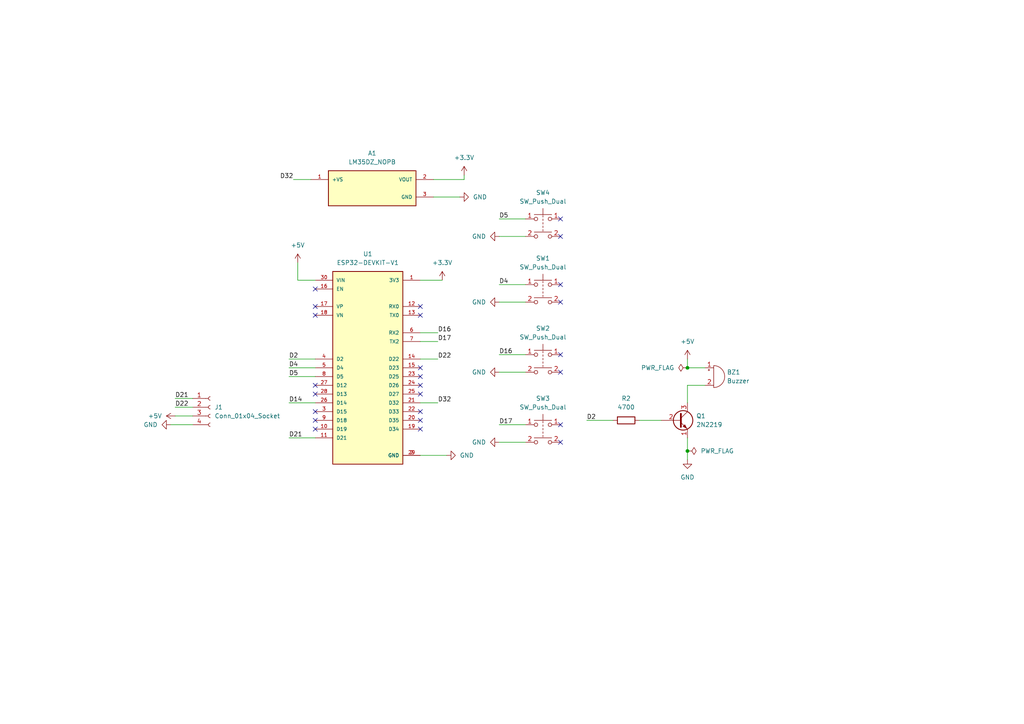
<source format=kicad_sch>
(kicad_sch (version 20230121) (generator eeschema)

  (uuid e0d85897-06af-4986-aed2-0038270a20b7)

  (paper "A4")

  (lib_symbols
    (symbol "Connector:Conn_01x04_Socket" (pin_names (offset 1.016) hide) (in_bom yes) (on_board yes)
      (property "Reference" "J" (at 0 5.08 0)
        (effects (font (size 1.27 1.27)))
      )
      (property "Value" "Conn_01x04_Socket" (at 0 -7.62 0)
        (effects (font (size 1.27 1.27)))
      )
      (property "Footprint" "" (at 0 0 0)
        (effects (font (size 1.27 1.27)) hide)
      )
      (property "Datasheet" "~" (at 0 0 0)
        (effects (font (size 1.27 1.27)) hide)
      )
      (property "ki_locked" "" (at 0 0 0)
        (effects (font (size 1.27 1.27)))
      )
      (property "ki_keywords" "connector" (at 0 0 0)
        (effects (font (size 1.27 1.27)) hide)
      )
      (property "ki_description" "Generic connector, single row, 01x04, script generated" (at 0 0 0)
        (effects (font (size 1.27 1.27)) hide)
      )
      (property "ki_fp_filters" "Connector*:*_1x??_*" (at 0 0 0)
        (effects (font (size 1.27 1.27)) hide)
      )
      (symbol "Conn_01x04_Socket_1_1"
        (arc (start 0 -4.572) (mid -0.5058 -5.08) (end 0 -5.588)
          (stroke (width 0.1524) (type default))
          (fill (type none))
        )
        (arc (start 0 -2.032) (mid -0.5058 -2.54) (end 0 -3.048)
          (stroke (width 0.1524) (type default))
          (fill (type none))
        )
        (polyline
          (pts
            (xy -1.27 -5.08)
            (xy -0.508 -5.08)
          )
          (stroke (width 0.1524) (type default))
          (fill (type none))
        )
        (polyline
          (pts
            (xy -1.27 -2.54)
            (xy -0.508 -2.54)
          )
          (stroke (width 0.1524) (type default))
          (fill (type none))
        )
        (polyline
          (pts
            (xy -1.27 0)
            (xy -0.508 0)
          )
          (stroke (width 0.1524) (type default))
          (fill (type none))
        )
        (polyline
          (pts
            (xy -1.27 2.54)
            (xy -0.508 2.54)
          )
          (stroke (width 0.1524) (type default))
          (fill (type none))
        )
        (arc (start 0 0.508) (mid -0.5058 0) (end 0 -0.508)
          (stroke (width 0.1524) (type default))
          (fill (type none))
        )
        (arc (start 0 3.048) (mid -0.5058 2.54) (end 0 2.032)
          (stroke (width 0.1524) (type default))
          (fill (type none))
        )
        (pin passive line (at -5.08 2.54 0) (length 3.81)
          (name "Pin_1" (effects (font (size 1.27 1.27))))
          (number "1" (effects (font (size 1.27 1.27))))
        )
        (pin passive line (at -5.08 0 0) (length 3.81)
          (name "Pin_2" (effects (font (size 1.27 1.27))))
          (number "2" (effects (font (size 1.27 1.27))))
        )
        (pin passive line (at -5.08 -2.54 0) (length 3.81)
          (name "Pin_3" (effects (font (size 1.27 1.27))))
          (number "3" (effects (font (size 1.27 1.27))))
        )
        (pin passive line (at -5.08 -5.08 0) (length 3.81)
          (name "Pin_4" (effects (font (size 1.27 1.27))))
          (number "4" (effects (font (size 1.27 1.27))))
        )
      )
    )
    (symbol "Device:Buzzer" (pin_names (offset 0.0254) hide) (in_bom yes) (on_board yes)
      (property "Reference" "BZ" (at 3.81 1.27 0)
        (effects (font (size 1.27 1.27)) (justify left))
      )
      (property "Value" "Buzzer" (at 3.81 -1.27 0)
        (effects (font (size 1.27 1.27)) (justify left))
      )
      (property "Footprint" "" (at -0.635 2.54 90)
        (effects (font (size 1.27 1.27)) hide)
      )
      (property "Datasheet" "~" (at -0.635 2.54 90)
        (effects (font (size 1.27 1.27)) hide)
      )
      (property "ki_keywords" "quartz resonator ceramic" (at 0 0 0)
        (effects (font (size 1.27 1.27)) hide)
      )
      (property "ki_description" "Buzzer, polarized" (at 0 0 0)
        (effects (font (size 1.27 1.27)) hide)
      )
      (property "ki_fp_filters" "*Buzzer*" (at 0 0 0)
        (effects (font (size 1.27 1.27)) hide)
      )
      (symbol "Buzzer_0_1"
        (arc (start 0 -3.175) (mid 3.1612 0) (end 0 3.175)
          (stroke (width 0) (type default))
          (fill (type none))
        )
        (polyline
          (pts
            (xy -1.651 1.905)
            (xy -1.143 1.905)
          )
          (stroke (width 0) (type default))
          (fill (type none))
        )
        (polyline
          (pts
            (xy -1.397 2.159)
            (xy -1.397 1.651)
          )
          (stroke (width 0) (type default))
          (fill (type none))
        )
        (polyline
          (pts
            (xy 0 3.175)
            (xy 0 -3.175)
          )
          (stroke (width 0) (type default))
          (fill (type none))
        )
      )
      (symbol "Buzzer_1_1"
        (pin passive line (at -2.54 2.54 0) (length 2.54)
          (name "-" (effects (font (size 1.27 1.27))))
          (number "1" (effects (font (size 1.27 1.27))))
        )
        (pin passive line (at -2.54 -2.54 0) (length 2.54)
          (name "+" (effects (font (size 1.27 1.27))))
          (number "2" (effects (font (size 1.27 1.27))))
        )
      )
    )
    (symbol "Device:R" (pin_numbers hide) (pin_names (offset 0)) (in_bom yes) (on_board yes)
      (property "Reference" "R" (at 2.032 0 90)
        (effects (font (size 1.27 1.27)))
      )
      (property "Value" "R" (at 0 0 90)
        (effects (font (size 1.27 1.27)))
      )
      (property "Footprint" "" (at -1.778 0 90)
        (effects (font (size 1.27 1.27)) hide)
      )
      (property "Datasheet" "~" (at 0 0 0)
        (effects (font (size 1.27 1.27)) hide)
      )
      (property "ki_keywords" "R res resistor" (at 0 0 0)
        (effects (font (size 1.27 1.27)) hide)
      )
      (property "ki_description" "Resistor" (at 0 0 0)
        (effects (font (size 1.27 1.27)) hide)
      )
      (property "ki_fp_filters" "R_*" (at 0 0 0)
        (effects (font (size 1.27 1.27)) hide)
      )
      (symbol "R_0_1"
        (rectangle (start -1.016 -2.54) (end 1.016 2.54)
          (stroke (width 0.254) (type default))
          (fill (type none))
        )
      )
      (symbol "R_1_1"
        (pin passive line (at 0 3.81 270) (length 1.27)
          (name "~" (effects (font (size 1.27 1.27))))
          (number "1" (effects (font (size 1.27 1.27))))
        )
        (pin passive line (at 0 -3.81 90) (length 1.27)
          (name "~" (effects (font (size 1.27 1.27))))
          (number "2" (effects (font (size 1.27 1.27))))
        )
      )
    )
    (symbol "ESP32-DEVKIT-V1:ESP32-DEVKIT-V1" (pin_names (offset 1.016)) (in_bom yes) (on_board yes)
      (property "Reference" "U" (at -10.16 30.48 0)
        (effects (font (size 1.27 1.27)) (justify left bottom))
      )
      (property "Value" "ESP32-DEVKIT-V1" (at -10.16 -30.48 0)
        (effects (font (size 1.27 1.27)) (justify left bottom))
      )
      (property "Footprint" "MODULE_ESP32_DEVKIT_V1" (at 0 0 0)
        (effects (font (size 1.27 1.27)) (justify left bottom) hide)
      )
      (property "Datasheet" "" (at 0 0 0)
        (effects (font (size 1.27 1.27)) (justify left bottom) hide)
      )
      (property "MF" "Do it" (at 0 0 0)
        (effects (font (size 1.27 1.27)) (justify left bottom) hide)
      )
      (property "MAXIMUM_PACKAGE_HEIGHT" "6.8 mm" (at 0 0 0)
        (effects (font (size 1.27 1.27)) (justify left bottom) hide)
      )
      (property "Package" "None" (at 0 0 0)
        (effects (font (size 1.27 1.27)) (justify left bottom) hide)
      )
      (property "Price" "None" (at 0 0 0)
        (effects (font (size 1.27 1.27)) (justify left bottom) hide)
      )
      (property "Check_prices" "https://www.snapeda.com/parts/ESP32-DEVKIT-V1/Do+it/view-part/?ref=eda" (at 0 0 0)
        (effects (font (size 1.27 1.27)) (justify left bottom) hide)
      )
      (property "STANDARD" "Manufacturer Recommendations" (at 0 0 0)
        (effects (font (size 1.27 1.27)) (justify left bottom) hide)
      )
      (property "PARTREV" "N/A" (at 0 0 0)
        (effects (font (size 1.27 1.27)) (justify left bottom) hide)
      )
      (property "SnapEDA_Link" "https://www.snapeda.com/parts/ESP32-DEVKIT-V1/Do+it/view-part/?ref=snap" (at 0 0 0)
        (effects (font (size 1.27 1.27)) (justify left bottom) hide)
      )
      (property "MP" "ESP32-DEVKIT-V1" (at 0 0 0)
        (effects (font (size 1.27 1.27)) (justify left bottom) hide)
      )
      (property "Description" "\\nDual core, Wi-Fi: 2.4 GHz up to 150 Mbits/s,BLE (Bluetooth Low Energy) and legacy Bluetooth, 32 bits, Up to 240 MHz\\n" (at 0 0 0)
        (effects (font (size 1.27 1.27)) (justify left bottom) hide)
      )
      (property "Availability" "Not in stock" (at 0 0 0)
        (effects (font (size 1.27 1.27)) (justify left bottom) hide)
      )
      (property "MANUFACTURER" "DOIT" (at 0 0 0)
        (effects (font (size 1.27 1.27)) (justify left bottom) hide)
      )
      (property "ki_locked" "" (at 0 0 0)
        (effects (font (size 1.27 1.27)))
      )
      (symbol "ESP32-DEVKIT-V1_0_0"
        (rectangle (start -10.16 -27.94) (end 10.16 27.94)
          (stroke (width 0.254) (type solid))
          (fill (type background))
        )
        (pin output line (at 15.24 25.4 180) (length 5.08)
          (name "3V3" (effects (font (size 1.016 1.016))))
          (number "1" (effects (font (size 1.016 1.016))))
        )
        (pin bidirectional line (at -15.24 -17.78 0) (length 5.08)
          (name "D19" (effects (font (size 1.016 1.016))))
          (number "10" (effects (font (size 1.016 1.016))))
        )
        (pin bidirectional line (at -15.24 -20.32 0) (length 5.08)
          (name "D21" (effects (font (size 1.016 1.016))))
          (number "11" (effects (font (size 1.016 1.016))))
        )
        (pin input line (at 15.24 17.78 180) (length 5.08)
          (name "RX0" (effects (font (size 1.016 1.016))))
          (number "12" (effects (font (size 1.016 1.016))))
        )
        (pin output line (at 15.24 15.24 180) (length 5.08)
          (name "TX0" (effects (font (size 1.016 1.016))))
          (number "13" (effects (font (size 1.016 1.016))))
        )
        (pin bidirectional line (at 15.24 2.54 180) (length 5.08)
          (name "D22" (effects (font (size 1.016 1.016))))
          (number "14" (effects (font (size 1.016 1.016))))
        )
        (pin bidirectional line (at 15.24 0 180) (length 5.08)
          (name "D23" (effects (font (size 1.016 1.016))))
          (number "15" (effects (font (size 1.016 1.016))))
        )
        (pin input line (at -15.24 22.86 0) (length 5.08)
          (name "EN" (effects (font (size 1.016 1.016))))
          (number "16" (effects (font (size 1.016 1.016))))
        )
        (pin bidirectional line (at -15.24 17.78 0) (length 5.08)
          (name "VP" (effects (font (size 1.016 1.016))))
          (number "17" (effects (font (size 1.016 1.016))))
        )
        (pin bidirectional line (at -15.24 15.24 0) (length 5.08)
          (name "VN" (effects (font (size 1.016 1.016))))
          (number "18" (effects (font (size 1.016 1.016))))
        )
        (pin bidirectional line (at 15.24 -17.78 180) (length 5.08)
          (name "D34" (effects (font (size 1.016 1.016))))
          (number "19" (effects (font (size 1.016 1.016))))
        )
        (pin power_in line (at 15.24 -25.4 180) (length 5.08)
          (name "GND" (effects (font (size 1.016 1.016))))
          (number "2" (effects (font (size 1.016 1.016))))
        )
        (pin bidirectional line (at 15.24 -15.24 180) (length 5.08)
          (name "D35" (effects (font (size 1.016 1.016))))
          (number "20" (effects (font (size 1.016 1.016))))
        )
        (pin bidirectional line (at 15.24 -10.16 180) (length 5.08)
          (name "D32" (effects (font (size 1.016 1.016))))
          (number "21" (effects (font (size 1.016 1.016))))
        )
        (pin bidirectional line (at 15.24 -12.7 180) (length 5.08)
          (name "D33" (effects (font (size 1.016 1.016))))
          (number "22" (effects (font (size 1.016 1.016))))
        )
        (pin bidirectional line (at 15.24 -2.54 180) (length 5.08)
          (name "D25" (effects (font (size 1.016 1.016))))
          (number "23" (effects (font (size 1.016 1.016))))
        )
        (pin bidirectional line (at 15.24 -5.08 180) (length 5.08)
          (name "D26" (effects (font (size 1.016 1.016))))
          (number "24" (effects (font (size 1.016 1.016))))
        )
        (pin bidirectional line (at 15.24 -7.62 180) (length 5.08)
          (name "D27" (effects (font (size 1.016 1.016))))
          (number "25" (effects (font (size 1.016 1.016))))
        )
        (pin bidirectional line (at -15.24 -10.16 0) (length 5.08)
          (name "D14" (effects (font (size 1.016 1.016))))
          (number "26" (effects (font (size 1.016 1.016))))
        )
        (pin bidirectional line (at -15.24 -5.08 0) (length 5.08)
          (name "D12" (effects (font (size 1.016 1.016))))
          (number "27" (effects (font (size 1.016 1.016))))
        )
        (pin bidirectional line (at -15.24 -7.62 0) (length 5.08)
          (name "D13" (effects (font (size 1.016 1.016))))
          (number "28" (effects (font (size 1.016 1.016))))
        )
        (pin power_in line (at 15.24 -25.4 180) (length 5.08)
          (name "GND" (effects (font (size 1.016 1.016))))
          (number "29" (effects (font (size 1.016 1.016))))
        )
        (pin bidirectional line (at -15.24 -12.7 0) (length 5.08)
          (name "D15" (effects (font (size 1.016 1.016))))
          (number "3" (effects (font (size 1.016 1.016))))
        )
        (pin input line (at -15.24 25.4 0) (length 5.08)
          (name "VIN" (effects (font (size 1.016 1.016))))
          (number "30" (effects (font (size 1.016 1.016))))
        )
        (pin bidirectional line (at -15.24 2.54 0) (length 5.08)
          (name "D2" (effects (font (size 1.016 1.016))))
          (number "4" (effects (font (size 1.016 1.016))))
        )
        (pin bidirectional line (at -15.24 0 0) (length 5.08)
          (name "D4" (effects (font (size 1.016 1.016))))
          (number "5" (effects (font (size 1.016 1.016))))
        )
        (pin input line (at 15.24 10.16 180) (length 5.08)
          (name "RX2" (effects (font (size 1.016 1.016))))
          (number "6" (effects (font (size 1.016 1.016))))
        )
        (pin output line (at 15.24 7.62 180) (length 5.08)
          (name "TX2" (effects (font (size 1.016 1.016))))
          (number "7" (effects (font (size 1.016 1.016))))
        )
        (pin bidirectional line (at -15.24 -2.54 0) (length 5.08)
          (name "D5" (effects (font (size 1.016 1.016))))
          (number "8" (effects (font (size 1.016 1.016))))
        )
        (pin bidirectional line (at -15.24 -15.24 0) (length 5.08)
          (name "D18" (effects (font (size 1.016 1.016))))
          (number "9" (effects (font (size 1.016 1.016))))
        )
      )
    )
    (symbol "LM35DZ_NOPB:LM35DZ_NOPB" (pin_names (offset 1.016)) (in_bom yes) (on_board yes)
      (property "Reference" "A" (at -12.7 5.842 0)
        (effects (font (size 1.27 1.27)) (justify left bottom))
      )
      (property "Value" "LM35DZ_NOPB" (at -12.7 -5.842 0)
        (effects (font (size 1.27 1.27)) (justify left top))
      )
      (property "Footprint" "LM35DZ_NOPB:TO92127P521H735-3" (at 0 0 0)
        (effects (font (size 1.27 1.27)) (justify bottom) hide)
      )
      (property "Datasheet" "" (at 0 0 0)
        (effects (font (size 1.27 1.27)) hide)
      )
      (property "MF" "Texas Instruments" (at 0 0 0)
        (effects (font (size 1.27 1.27)) (justify bottom) hide)
      )
      (property "SNAPEDA_PACKAGE_ID" "102642" (at 0 0 0)
        (effects (font (size 1.27 1.27)) (justify bottom) hide)
      )
      (property "Package" "E-PKG AXIAL-LEADED-2 ON Semiconductor" (at 0 0 0)
        (effects (font (size 1.27 1.27)) (justify bottom) hide)
      )
      (property "Price" "None" (at 0 0 0)
        (effects (font (size 1.27 1.27)) (justify bottom) hide)
      )
      (property "Check_prices" "https://www.snapeda.com/parts/LM35DZ/Texas+Instruments/view-part/?ref=eda" (at 0 0 0)
        (effects (font (size 1.27 1.27)) (justify bottom) hide)
      )
      (property "STANDARD" "IPC-7351B" (at 0 0 0)
        (effects (font (size 1.27 1.27)) (justify bottom) hide)
      )
      (property "PARTREV" "H" (at 0 0 0)
        (effects (font (size 1.27 1.27)) (justify bottom) hide)
      )
      (property "SnapEDA_Link" "https://www.snapeda.com/parts/LM35DZ/Texas+Instruments/view-part/?ref=snap" (at 0 0 0)
        (effects (font (size 1.27 1.27)) (justify bottom) hide)
      )
      (property "MP" "LM35DZ" (at 0 0 0)
        (effects (font (size 1.27 1.27)) (justify bottom) hide)
      )
      (property "Description" "\nTemperature Sensor Analog, Local 0°C ~ 100°C 10mV/°C TO-92-3\n" (at 0 0 0)
        (effects (font (size 1.27 1.27)) (justify bottom) hide)
      )
      (property "MANUFACTURER" "Texas Instruments" (at 0 0 0)
        (effects (font (size 1.27 1.27)) (justify bottom) hide)
      )
      (property "Availability" "Not in stock" (at 0 0 0)
        (effects (font (size 1.27 1.27)) (justify bottom) hide)
      )
      (property "MAXIMUM_PACKAGE_HEIGHT" "7.35mm" (at 0 0 0)
        (effects (font (size 1.27 1.27)) (justify bottom) hide)
      )
      (symbol "LM35DZ_NOPB_0_0"
        (rectangle (start -12.7 -5.08) (end 12.7 5.08)
          (stroke (width 0.254) (type default))
          (fill (type background))
        )
        (pin power_in line (at -17.78 2.54 0) (length 5.08)
          (name "+VS" (effects (font (size 1.016 1.016))))
          (number "1" (effects (font (size 1.016 1.016))))
        )
        (pin output line (at 17.78 2.54 180) (length 5.08)
          (name "VOUT" (effects (font (size 1.016 1.016))))
          (number "2" (effects (font (size 1.016 1.016))))
        )
        (pin power_in line (at 17.78 -2.54 180) (length 5.08)
          (name "GND" (effects (font (size 1.016 1.016))))
          (number "3" (effects (font (size 1.016 1.016))))
        )
      )
    )
    (symbol "SW_Push_Dual_1" (pin_names (offset 1.016) hide) (in_bom yes) (on_board yes)
      (property "Reference" "SW4" (at 0 7.62 0)
        (effects (font (size 1.27 1.27)))
      )
      (property "Value" "SW_Push_Dual" (at 0 5.08 0)
        (effects (font (size 1.27 1.27)))
      )
      (property "Footprint" "Button_Switch_THT:SW_PUSH-12mm" (at 0 5.08 0)
        (effects (font (size 1.27 1.27)) hide)
      )
      (property "Datasheet" "~" (at 0 5.08 0)
        (effects (font (size 1.27 1.27)) hide)
      )
      (property "ki_keywords" "switch normally-open pushbutton push-button" (at 0 0 0)
        (effects (font (size 1.27 1.27)) hide)
      )
      (property "ki_description" "Push button switch, generic, symbol, four pins" (at 0 0 0)
        (effects (font (size 1.27 1.27)) hide)
      )
      (symbol "SW_Push_Dual_1_0_1"
        (circle (center -2.032 -5.08) (radius 0.508)
          (stroke (width 0) (type default))
          (fill (type none))
        )
        (circle (center -2.032 0) (radius 0.508)
          (stroke (width 0) (type default))
          (fill (type none))
        )
        (polyline
          (pts
            (xy 0 -3.048)
            (xy 0 -3.556)
          )
          (stroke (width 0) (type default))
          (fill (type none))
        )
        (polyline
          (pts
            (xy 0 -2.032)
            (xy 0 -2.54)
          )
          (stroke (width 0) (type default))
          (fill (type none))
        )
        (polyline
          (pts
            (xy 0 -1.524)
            (xy 0 -1.016)
          )
          (stroke (width 0) (type default))
          (fill (type none))
        )
        (polyline
          (pts
            (xy 0 -0.508)
            (xy 0 0)
          )
          (stroke (width 0) (type default))
          (fill (type none))
        )
        (polyline
          (pts
            (xy 0 0.508)
            (xy 0 1.016)
          )
          (stroke (width 0) (type default))
          (fill (type none))
        )
        (polyline
          (pts
            (xy 0 1.27)
            (xy 0 3.048)
          )
          (stroke (width 0) (type default))
          (fill (type none))
        )
        (polyline
          (pts
            (xy 2.54 -3.81)
            (xy -2.54 -3.81)
          )
          (stroke (width 0) (type default))
          (fill (type none))
        )
        (polyline
          (pts
            (xy 2.54 1.27)
            (xy -2.54 1.27)
          )
          (stroke (width 0) (type default))
          (fill (type none))
        )
        (circle (center 2.032 -5.08) (radius 0.508)
          (stroke (width 0) (type default))
          (fill (type none))
        )
        (circle (center 2.032 0) (radius 0.508)
          (stroke (width 0) (type default))
          (fill (type none))
        )
        (pin passive line (at -5.08 0 0) (length 2.54)
          (name "1" (effects (font (size 1.27 1.27))))
          (number "1" (effects (font (size 1.27 1.27))))
        )
      )
      (symbol "SW_Push_Dual_1_1_1"
        (pin passive line (at 5.08 0 180) (length 2.54)
          (name "1" (effects (font (size 1.27 1.27))))
          (number "1" (effects (font (size 1.27 1.27))))
        )
        (pin passive line (at -5.08 -5.08 0) (length 2.54)
          (name "2" (effects (font (size 1.27 1.27))))
          (number "2" (effects (font (size 1.27 1.27))))
        )
        (pin passive line (at 5.08 -5.08 180) (length 2.54)
          (name "2" (effects (font (size 1.27 1.27))))
          (number "2" (effects (font (size 1.27 1.27))))
        )
      )
    )
    (symbol "Transistor_BJT:2N2219" (pin_names (offset 0) hide) (in_bom yes) (on_board yes)
      (property "Reference" "Q" (at 5.08 1.905 0)
        (effects (font (size 1.27 1.27)) (justify left))
      )
      (property "Value" "2N2219" (at 5.08 0 0)
        (effects (font (size 1.27 1.27)) (justify left))
      )
      (property "Footprint" "Package_TO_SOT_THT:TO-39-3" (at 5.08 -1.905 0)
        (effects (font (size 1.27 1.27) italic) (justify left) hide)
      )
      (property "Datasheet" "http://www.onsemi.com/pub_link/Collateral/2N2219-D.PDF" (at 0 0 0)
        (effects (font (size 1.27 1.27)) (justify left) hide)
      )
      (property "ki_keywords" "NPN Transistor" (at 0 0 0)
        (effects (font (size 1.27 1.27)) hide)
      )
      (property "ki_description" "800mA Ic, 50V Vce, NPN Transistor, TO-39" (at 0 0 0)
        (effects (font (size 1.27 1.27)) hide)
      )
      (property "ki_fp_filters" "TO?39*" (at 0 0 0)
        (effects (font (size 1.27 1.27)) hide)
      )
      (symbol "2N2219_0_1"
        (polyline
          (pts
            (xy 0.635 0.635)
            (xy 2.54 2.54)
          )
          (stroke (width 0) (type default))
          (fill (type none))
        )
        (polyline
          (pts
            (xy 0.635 -0.635)
            (xy 2.54 -2.54)
            (xy 2.54 -2.54)
          )
          (stroke (width 0) (type default))
          (fill (type none))
        )
        (polyline
          (pts
            (xy 0.635 1.905)
            (xy 0.635 -1.905)
            (xy 0.635 -1.905)
          )
          (stroke (width 0.508) (type default))
          (fill (type none))
        )
        (polyline
          (pts
            (xy 1.27 -1.778)
            (xy 1.778 -1.27)
            (xy 2.286 -2.286)
            (xy 1.27 -1.778)
            (xy 1.27 -1.778)
          )
          (stroke (width 0) (type default))
          (fill (type outline))
        )
        (circle (center 1.27 0) (radius 2.8194)
          (stroke (width 0.254) (type default))
          (fill (type none))
        )
      )
      (symbol "2N2219_1_1"
        (pin passive line (at 2.54 -5.08 90) (length 2.54)
          (name "E" (effects (font (size 1.27 1.27))))
          (number "1" (effects (font (size 1.27 1.27))))
        )
        (pin passive line (at -5.08 0 0) (length 5.715)
          (name "B" (effects (font (size 1.27 1.27))))
          (number "2" (effects (font (size 1.27 1.27))))
        )
        (pin passive line (at 2.54 5.08 270) (length 2.54)
          (name "C" (effects (font (size 1.27 1.27))))
          (number "3" (effects (font (size 1.27 1.27))))
        )
      )
    )
    (symbol "power:+3.3V" (power) (pin_names (offset 0)) (in_bom yes) (on_board yes)
      (property "Reference" "#PWR" (at 0 -3.81 0)
        (effects (font (size 1.27 1.27)) hide)
      )
      (property "Value" "+3.3V" (at 0 3.556 0)
        (effects (font (size 1.27 1.27)))
      )
      (property "Footprint" "" (at 0 0 0)
        (effects (font (size 1.27 1.27)) hide)
      )
      (property "Datasheet" "" (at 0 0 0)
        (effects (font (size 1.27 1.27)) hide)
      )
      (property "ki_keywords" "global power" (at 0 0 0)
        (effects (font (size 1.27 1.27)) hide)
      )
      (property "ki_description" "Power symbol creates a global label with name \"+3.3V\"" (at 0 0 0)
        (effects (font (size 1.27 1.27)) hide)
      )
      (symbol "+3.3V_0_1"
        (polyline
          (pts
            (xy -0.762 1.27)
            (xy 0 2.54)
          )
          (stroke (width 0) (type default))
          (fill (type none))
        )
        (polyline
          (pts
            (xy 0 0)
            (xy 0 2.54)
          )
          (stroke (width 0) (type default))
          (fill (type none))
        )
        (polyline
          (pts
            (xy 0 2.54)
            (xy 0.762 1.27)
          )
          (stroke (width 0) (type default))
          (fill (type none))
        )
      )
      (symbol "+3.3V_1_1"
        (pin power_in line (at 0 0 90) (length 0) hide
          (name "+3.3V" (effects (font (size 1.27 1.27))))
          (number "1" (effects (font (size 1.27 1.27))))
        )
      )
    )
    (symbol "power:+5V" (power) (pin_names (offset 0)) (in_bom yes) (on_board yes)
      (property "Reference" "#PWR" (at 0 -3.81 0)
        (effects (font (size 1.27 1.27)) hide)
      )
      (property "Value" "+5V" (at 0 3.556 0)
        (effects (font (size 1.27 1.27)))
      )
      (property "Footprint" "" (at 0 0 0)
        (effects (font (size 1.27 1.27)) hide)
      )
      (property "Datasheet" "" (at 0 0 0)
        (effects (font (size 1.27 1.27)) hide)
      )
      (property "ki_keywords" "global power" (at 0 0 0)
        (effects (font (size 1.27 1.27)) hide)
      )
      (property "ki_description" "Power symbol creates a global label with name \"+5V\"" (at 0 0 0)
        (effects (font (size 1.27 1.27)) hide)
      )
      (symbol "+5V_0_1"
        (polyline
          (pts
            (xy -0.762 1.27)
            (xy 0 2.54)
          )
          (stroke (width 0) (type default))
          (fill (type none))
        )
        (polyline
          (pts
            (xy 0 0)
            (xy 0 2.54)
          )
          (stroke (width 0) (type default))
          (fill (type none))
        )
        (polyline
          (pts
            (xy 0 2.54)
            (xy 0.762 1.27)
          )
          (stroke (width 0) (type default))
          (fill (type none))
        )
      )
      (symbol "+5V_1_1"
        (pin power_in line (at 0 0 90) (length 0) hide
          (name "+5V" (effects (font (size 1.27 1.27))))
          (number "1" (effects (font (size 1.27 1.27))))
        )
      )
    )
    (symbol "power:GND" (power) (pin_names (offset 0)) (in_bom yes) (on_board yes)
      (property "Reference" "#PWR" (at 0 -6.35 0)
        (effects (font (size 1.27 1.27)) hide)
      )
      (property "Value" "GND" (at 0 -3.81 0)
        (effects (font (size 1.27 1.27)))
      )
      (property "Footprint" "" (at 0 0 0)
        (effects (font (size 1.27 1.27)) hide)
      )
      (property "Datasheet" "" (at 0 0 0)
        (effects (font (size 1.27 1.27)) hide)
      )
      (property "ki_keywords" "global power" (at 0 0 0)
        (effects (font (size 1.27 1.27)) hide)
      )
      (property "ki_description" "Power symbol creates a global label with name \"GND\" , ground" (at 0 0 0)
        (effects (font (size 1.27 1.27)) hide)
      )
      (symbol "GND_0_1"
        (polyline
          (pts
            (xy 0 0)
            (xy 0 -1.27)
            (xy 1.27 -1.27)
            (xy 0 -2.54)
            (xy -1.27 -1.27)
            (xy 0 -1.27)
          )
          (stroke (width 0) (type default))
          (fill (type none))
        )
      )
      (symbol "GND_1_1"
        (pin power_in line (at 0 0 270) (length 0) hide
          (name "GND" (effects (font (size 1.27 1.27))))
          (number "1" (effects (font (size 1.27 1.27))))
        )
      )
    )
    (symbol "power:PWR_FLAG" (power) (pin_numbers hide) (pin_names (offset 0) hide) (in_bom yes) (on_board yes)
      (property "Reference" "#FLG" (at 0 1.905 0)
        (effects (font (size 1.27 1.27)) hide)
      )
      (property "Value" "PWR_FLAG" (at 0 3.81 0)
        (effects (font (size 1.27 1.27)))
      )
      (property "Footprint" "" (at 0 0 0)
        (effects (font (size 1.27 1.27)) hide)
      )
      (property "Datasheet" "~" (at 0 0 0)
        (effects (font (size 1.27 1.27)) hide)
      )
      (property "ki_keywords" "flag power" (at 0 0 0)
        (effects (font (size 1.27 1.27)) hide)
      )
      (property "ki_description" "Special symbol for telling ERC where power comes from" (at 0 0 0)
        (effects (font (size 1.27 1.27)) hide)
      )
      (symbol "PWR_FLAG_0_0"
        (pin power_out line (at 0 0 90) (length 0)
          (name "pwr" (effects (font (size 1.27 1.27))))
          (number "1" (effects (font (size 1.27 1.27))))
        )
      )
      (symbol "PWR_FLAG_0_1"
        (polyline
          (pts
            (xy 0 0)
            (xy 0 1.27)
            (xy -1.016 1.905)
            (xy 0 2.54)
            (xy 1.016 1.905)
            (xy 0 1.27)
          )
          (stroke (width 0) (type default))
          (fill (type none))
        )
      )
    )
  )

  (junction (at 199.39 130.81) (diameter 0) (color 0 0 0 0)
    (uuid 05eb424f-119c-4a98-8646-752b3261531e)
  )
  (junction (at 199.39 106.68) (diameter 0) (color 0 0 0 0)
    (uuid 2b5d4ec0-b542-4744-986d-ff7599e5a939)
  )

  (no_connect (at 91.44 91.44) (uuid 0647db65-474a-4733-9ab0-43037b5cc1e8))
  (no_connect (at 121.92 119.38) (uuid 0d15e015-09cb-45db-99b3-6cf4f0cccd49))
  (no_connect (at 121.92 114.3) (uuid 1bae7258-e41d-4a40-875a-46b192299044))
  (no_connect (at 162.56 128.27) (uuid 1ca0add3-97d5-4078-8330-b9520345a5a7))
  (no_connect (at 162.56 82.55) (uuid 25d405ad-c2d4-49b9-b3a9-fe82040d7a33))
  (no_connect (at 91.44 83.82) (uuid 396b47a5-bfde-488c-8d1c-0cc61483503b))
  (no_connect (at 121.92 111.76) (uuid 3b9ef3a9-928c-4612-b40b-b9da3825f953))
  (no_connect (at 91.44 114.3) (uuid 4a2d3e7f-ad9f-4831-94de-d68413cc220d))
  (no_connect (at 162.56 87.63) (uuid 4a9cafd8-3b93-40d6-b92b-af84c9ce8f6b))
  (no_connect (at 162.56 123.19) (uuid 519854f2-be43-49f0-9c62-317329279553))
  (no_connect (at 121.92 124.46) (uuid 57139ded-fe2a-4d3a-a399-6567b34077d1))
  (no_connect (at 162.56 68.58) (uuid 58f80993-be80-4ee4-b724-768a9bfde65d))
  (no_connect (at 121.92 121.92) (uuid 74e9a1c6-6d15-4950-a066-08a12a025b4b))
  (no_connect (at 91.44 119.38) (uuid 8753beab-533a-487a-8a43-757f02ccfed6))
  (no_connect (at 162.56 102.87) (uuid 905b4f07-7233-418b-a033-4fd94333908d))
  (no_connect (at 121.92 109.22) (uuid 9b8f04e3-4efa-44f8-af78-302e81f2af3c))
  (no_connect (at 91.44 88.9) (uuid b650f15b-940a-483a-a981-67fd654751f0))
  (no_connect (at 91.44 111.76) (uuid c0b62bb2-3bf8-40c3-bc94-607e707d4734))
  (no_connect (at 91.44 121.92) (uuid ccc71ed5-bf78-4735-938a-88b0dcdb3136))
  (no_connect (at 162.56 63.5) (uuid cfb86ba6-43aa-4dfe-b441-55a4bc124e99))
  (no_connect (at 121.92 91.44) (uuid d7bd89f7-9159-4687-a8fe-805b3f2658c6))
  (no_connect (at 162.56 107.95) (uuid dce26141-bd4f-40a9-952a-62c7f7736d1d))
  (no_connect (at 91.44 124.46) (uuid ed19ed26-e3dd-4da8-9329-6e42c89b1712))
  (no_connect (at 121.92 88.9) (uuid f2686000-ab14-4c8e-aae1-02da39b67219))
  (no_connect (at 121.92 106.68) (uuid f2cb1624-903f-484a-a886-12eb556d9651))

  (wire (pts (xy 199.39 130.81) (xy 199.39 133.35))
    (stroke (width 0) (type default))
    (uuid 15ae70cf-3e3f-43a6-b2cd-d812bd014185)
  )
  (wire (pts (xy 170.18 121.92) (xy 177.8 121.92))
    (stroke (width 0) (type default))
    (uuid 1b180207-5bba-4c98-87fc-34447163e780)
  )
  (wire (pts (xy 144.78 102.87) (xy 152.4 102.87))
    (stroke (width 0) (type default))
    (uuid 293320dd-e8b5-412f-81d2-e0a4c8d67148)
  )
  (wire (pts (xy 83.82 127) (xy 91.44 127))
    (stroke (width 0) (type default))
    (uuid 2d438ab2-faaf-44f0-b778-240e8fe05a4d)
  )
  (wire (pts (xy 144.78 107.95) (xy 152.4 107.95))
    (stroke (width 0) (type default))
    (uuid 2f9f5e60-dbee-45b7-90f5-22fc08a1904e)
  )
  (wire (pts (xy 144.78 68.58) (xy 152.4 68.58))
    (stroke (width 0) (type default))
    (uuid 328b3f08-c518-4236-8e84-6fd868e8837d)
  )
  (wire (pts (xy 204.47 111.76) (xy 199.39 111.76))
    (stroke (width 0) (type default))
    (uuid 35438f6f-930d-4a24-9eea-ec172580ace3)
  )
  (wire (pts (xy 121.92 99.06) (xy 127 99.06))
    (stroke (width 0) (type default))
    (uuid 35ee4162-fa1c-401b-867e-361d3dcb221e)
  )
  (wire (pts (xy 144.78 63.5) (xy 152.4 63.5))
    (stroke (width 0) (type default))
    (uuid 4ab45c5b-24da-4ed4-a625-82fe981558a4)
  )
  (wire (pts (xy 83.82 106.68) (xy 91.44 106.68))
    (stroke (width 0) (type default))
    (uuid 5135be94-8ee4-49d0-9b77-a8b17d83c3f6)
  )
  (wire (pts (xy 199.39 106.68) (xy 204.47 106.68))
    (stroke (width 0) (type default))
    (uuid 565c1168-ac23-4443-a0e5-fed83e489993)
  )
  (wire (pts (xy 83.82 104.14) (xy 91.44 104.14))
    (stroke (width 0) (type default))
    (uuid 588fc07e-d211-4e60-afcb-4c8d485e3306)
  )
  (wire (pts (xy 129.54 132.08) (xy 121.92 132.08))
    (stroke (width 0) (type default))
    (uuid 5949f0d5-3f4b-4f89-99ba-01d98d234add)
  )
  (wire (pts (xy 83.82 109.22) (xy 91.44 109.22))
    (stroke (width 0) (type default))
    (uuid 5aaa8169-e897-49ce-b3cf-d24fbbaf4a19)
  )
  (wire (pts (xy 121.92 81.28) (xy 128.27 81.28))
    (stroke (width 0) (type default))
    (uuid 64477ae0-78cf-4d37-830f-3fb81829568e)
  )
  (wire (pts (xy 121.92 104.14) (xy 127 104.14))
    (stroke (width 0) (type default))
    (uuid 6838b9ed-3fc3-435b-afad-703b35f0bb9e)
  )
  (wire (pts (xy 50.8 118.11) (xy 55.88 118.11))
    (stroke (width 0) (type default))
    (uuid 6e9e6769-1b97-4dcd-906c-fc21a96dbd3c)
  )
  (wire (pts (xy 144.78 82.55) (xy 152.4 82.55))
    (stroke (width 0) (type default))
    (uuid 77af0da9-b73d-4e42-8ef6-08873e6dc4c2)
  )
  (wire (pts (xy 86.36 81.28) (xy 86.36 76.2))
    (stroke (width 0) (type default))
    (uuid 81e52be8-b5b7-4588-8277-d5db2488160e)
  )
  (wire (pts (xy 185.42 121.92) (xy 191.77 121.92))
    (stroke (width 0) (type default))
    (uuid 847ed407-d163-4e99-9581-505149f1ac83)
  )
  (wire (pts (xy 91.44 81.28) (xy 86.36 81.28))
    (stroke (width 0) (type default))
    (uuid 9991b8ed-c845-4b63-8f31-f83a58452abf)
  )
  (wire (pts (xy 199.39 111.76) (xy 199.39 116.84))
    (stroke (width 0) (type default))
    (uuid a025ae10-d042-42e0-a7e0-0b243ff90976)
  )
  (wire (pts (xy 133.35 57.15) (xy 125.73 57.15))
    (stroke (width 0) (type default))
    (uuid a50045d7-7c35-43aa-9d19-0a26eaf13dbb)
  )
  (wire (pts (xy 90.17 52.07) (xy 85.09 52.07))
    (stroke (width 0) (type default))
    (uuid a7fd205a-e294-4bb2-9b31-439ba83eb1ed)
  )
  (wire (pts (xy 83.82 116.84) (xy 91.44 116.84))
    (stroke (width 0) (type default))
    (uuid ab088a71-42a3-4e8f-8d96-7b8fe9c57d20)
  )
  (wire (pts (xy 134.62 52.07) (xy 134.62 50.8))
    (stroke (width 0) (type default))
    (uuid c346f70e-7e38-430b-81bd-3d912beca7a6)
  )
  (wire (pts (xy 199.39 127) (xy 199.39 130.81))
    (stroke (width 0) (type default))
    (uuid c7464e57-dacd-49c9-b99d-1d69a3e0b2ad)
  )
  (wire (pts (xy 125.73 52.07) (xy 134.62 52.07))
    (stroke (width 0) (type default))
    (uuid d575c154-bfbe-4f43-8c13-7bb301fd7da5)
  )
  (wire (pts (xy 121.92 96.52) (xy 127 96.52))
    (stroke (width 0) (type default))
    (uuid d6e0b05b-4fc5-4481-9231-f167567ec7bc)
  )
  (wire (pts (xy 50.8 115.57) (xy 55.88 115.57))
    (stroke (width 0) (type default))
    (uuid d9da7d10-ef94-4393-85f9-580e4b845074)
  )
  (wire (pts (xy 50.8 120.65) (xy 55.88 120.65))
    (stroke (width 0) (type default))
    (uuid da2091c5-13dd-4b22-9e83-2439a7653d5d)
  )
  (wire (pts (xy 199.39 104.14) (xy 199.39 106.68))
    (stroke (width 0) (type default))
    (uuid e1509953-9fb6-4ec1-a566-0022e4c1c866)
  )
  (wire (pts (xy 144.78 87.63) (xy 152.4 87.63))
    (stroke (width 0) (type default))
    (uuid e6c12fa5-1aee-47ad-ac49-ce97489a9dcb)
  )
  (wire (pts (xy 49.53 123.19) (xy 55.88 123.19))
    (stroke (width 0) (type default))
    (uuid eb554f5a-8516-4fc2-92ce-1992d835bc57)
  )
  (wire (pts (xy 121.92 116.84) (xy 127 116.84))
    (stroke (width 0) (type default))
    (uuid ee07aab9-c0ab-4ec1-b549-65983cf8b42c)
  )
  (wire (pts (xy 144.78 128.27) (xy 152.4 128.27))
    (stroke (width 0) (type default))
    (uuid f4fba5e7-e2bd-49d4-8d68-b2e2ca395829)
  )
  (wire (pts (xy 144.78 123.19) (xy 152.4 123.19))
    (stroke (width 0) (type default))
    (uuid fa6427d0-a7dc-4852-83d0-e22b9d90c43f)
  )

  (label "D2" (at 170.18 121.92 0) (fields_autoplaced)
    (effects (font (size 1.27 1.27)) (justify left bottom))
    (uuid 14b35527-f7c6-4982-9c87-69f247aa9e34)
  )
  (label "D2" (at 83.82 104.14 0) (fields_autoplaced)
    (effects (font (size 1.27 1.27)) (justify left bottom))
    (uuid 2c5fce11-97a0-4e38-958e-457749308627)
  )
  (label "D5" (at 83.82 109.22 0) (fields_autoplaced)
    (effects (font (size 1.27 1.27)) (justify left bottom))
    (uuid 37367b96-59cc-4498-81b5-b46e978578af)
  )
  (label "D17" (at 127 99.06 0) (fields_autoplaced)
    (effects (font (size 1.27 1.27)) (justify left bottom))
    (uuid 433614ac-26ae-414a-8503-543a035c989a)
  )
  (label "D32" (at 127 116.84 0) (fields_autoplaced)
    (effects (font (size 1.27 1.27)) (justify left bottom))
    (uuid 472ea8e3-0054-4d48-96c9-63b249fc50d0)
  )
  (label "D22" (at 50.8 118.11 0) (fields_autoplaced)
    (effects (font (size 1.27 1.27)) (justify left bottom))
    (uuid 494ec377-259b-443b-916a-68cf3790b418)
  )
  (label "D16" (at 144.78 102.87 0) (fields_autoplaced)
    (effects (font (size 1.27 1.27)) (justify left bottom))
    (uuid 531c9e0d-691a-41fb-8f1a-d873cd0a3258)
  )
  (label "D22" (at 127 104.14 0) (fields_autoplaced)
    (effects (font (size 1.27 1.27)) (justify left bottom))
    (uuid 70080a03-7828-4e65-b7e8-8f3a29c14b1a)
  )
  (label "D21" (at 50.8 115.57 0) (fields_autoplaced)
    (effects (font (size 1.27 1.27)) (justify left bottom))
    (uuid 7b1c07a6-4690-413b-95ad-de1c0301ae73)
  )
  (label "D21" (at 83.82 127 0) (fields_autoplaced)
    (effects (font (size 1.27 1.27)) (justify left bottom))
    (uuid 7f1641eb-4e6e-496b-947f-eb063ce108f6)
  )
  (label "D5" (at 144.78 63.5 0) (fields_autoplaced)
    (effects (font (size 1.27 1.27)) (justify left bottom))
    (uuid a32ce4ea-8d4c-40e5-8797-4784332fd086)
  )
  (label "D14" (at 83.82 116.84 0) (fields_autoplaced)
    (effects (font (size 1.27 1.27)) (justify left bottom))
    (uuid af67cbc4-a1f8-4f87-9429-5f3d1df499d0)
  )
  (label "D17" (at 144.78 123.19 0) (fields_autoplaced)
    (effects (font (size 1.27 1.27)) (justify left bottom))
    (uuid b7a5c54a-48ab-41ef-9b2c-e2cb0de19eea)
  )
  (label "D4" (at 83.82 106.68 0) (fields_autoplaced)
    (effects (font (size 1.27 1.27)) (justify left bottom))
    (uuid c4b86651-71b7-432e-bd5c-008ef5e2ffe0)
  )
  (label "D32" (at 85.09 52.07 180) (fields_autoplaced)
    (effects (font (size 1.27 1.27)) (justify right bottom))
    (uuid cec45503-4722-4ea2-93c5-355a4969a894)
  )
  (label "D4" (at 144.78 82.55 0) (fields_autoplaced)
    (effects (font (size 1.27 1.27)) (justify left bottom))
    (uuid ea0d1d16-7594-4148-b38b-22458dcb3fd3)
  )
  (label "D16" (at 127 96.52 0) (fields_autoplaced)
    (effects (font (size 1.27 1.27)) (justify left bottom))
    (uuid f3e42352-6e97-4556-846a-18d5a5264820)
  )

  (symbol (lib_name "SW_Push_Dual_1") (lib_id "Switch:SW_Push_Dual") (at 157.48 123.19 0) (unit 1)
    (in_bom yes) (on_board yes) (dnp no) (fields_autoplaced)
    (uuid 09367c4b-8ba9-45fc-8b7d-684a2232cd58)
    (property "Reference" "SW3" (at 157.48 115.57 0)
      (effects (font (size 1.27 1.27)))
    )
    (property "Value" "SW_Push_Dual" (at 157.48 118.11 0)
      (effects (font (size 1.27 1.27)))
    )
    (property "Footprint" "Button_Switch_THT:SW_PUSH-12mm" (at 157.48 118.11 0)
      (effects (font (size 1.27 1.27)) hide)
    )
    (property "Datasheet" "~" (at 157.48 118.11 0)
      (effects (font (size 1.27 1.27)) hide)
    )
    (pin "1" (uuid 403df99e-88aa-4821-954b-c14cc7f78e6d))
    (pin "2" (uuid 8288c025-9071-46b8-9348-35910b4332a1))
    (pin "2" (uuid dc9b30ec-18c4-4803-ba9a-fb68d32b9650))
    (pin "1" (uuid e806a8de-d257-4798-b3de-c9ef5d0b6181))
    (instances
      (project "h"
        (path "/e0d85897-06af-4986-aed2-0038270a20b7"
          (reference "SW3") (unit 1)
        )
      )
    )
  )

  (symbol (lib_id "power:+5V") (at 50.8 120.65 90) (unit 1)
    (in_bom yes) (on_board yes) (dnp no) (fields_autoplaced)
    (uuid 09b2c02d-f258-4004-84a3-793c54578f60)
    (property "Reference" "#PWR013" (at 54.61 120.65 0)
      (effects (font (size 1.27 1.27)) hide)
    )
    (property "Value" "+5V" (at 46.99 120.65 90)
      (effects (font (size 1.27 1.27)) (justify left))
    )
    (property "Footprint" "" (at 50.8 120.65 0)
      (effects (font (size 1.27 1.27)) hide)
    )
    (property "Datasheet" "" (at 50.8 120.65 0)
      (effects (font (size 1.27 1.27)) hide)
    )
    (pin "1" (uuid 4cf763d1-cfca-400b-a159-1eb9d5566b4e))
    (instances
      (project "h"
        (path "/e0d85897-06af-4986-aed2-0038270a20b7"
          (reference "#PWR013") (unit 1)
        )
      )
    )
  )

  (symbol (lib_id "Transistor_BJT:2N2219") (at 196.85 121.92 0) (unit 1)
    (in_bom yes) (on_board yes) (dnp no) (fields_autoplaced)
    (uuid 105dad38-eb82-4f9d-a7c4-245db9f7c4f9)
    (property "Reference" "Q1" (at 201.93 120.65 0)
      (effects (font (size 1.27 1.27)) (justify left))
    )
    (property "Value" "2N2219" (at 201.93 123.19 0)
      (effects (font (size 1.27 1.27)) (justify left))
    )
    (property "Footprint" "Package_TO_SOT_THT:TO-39-3" (at 201.93 123.825 0)
      (effects (font (size 1.27 1.27) italic) (justify left) hide)
    )
    (property "Datasheet" "http://www.onsemi.com/pub_link/Collateral/2N2219-D.PDF" (at 196.85 121.92 0)
      (effects (font (size 1.27 1.27)) (justify left) hide)
    )
    (pin "1" (uuid 8411ecef-7348-4b59-8e19-b025109d8acf))
    (pin "2" (uuid 7bbd1ea7-9a01-43f6-927e-c42133a61ea3))
    (pin "3" (uuid 8469d96a-aef8-4475-a6d4-11f6e2bf59a6))
    (instances
      (project "h"
        (path "/e0d85897-06af-4986-aed2-0038270a20b7"
          (reference "Q1") (unit 1)
        )
      )
    )
  )

  (symbol (lib_id "power:+5V") (at 199.39 104.14 0) (unit 1)
    (in_bom yes) (on_board yes) (dnp no) (fields_autoplaced)
    (uuid 16503527-db6a-4dcd-92d8-89412d1e819c)
    (property "Reference" "#PWR012" (at 199.39 107.95 0)
      (effects (font (size 1.27 1.27)) hide)
    )
    (property "Value" "+5V" (at 199.39 99.06 0)
      (effects (font (size 1.27 1.27)))
    )
    (property "Footprint" "" (at 199.39 104.14 0)
      (effects (font (size 1.27 1.27)) hide)
    )
    (property "Datasheet" "" (at 199.39 104.14 0)
      (effects (font (size 1.27 1.27)) hide)
    )
    (pin "1" (uuid 500ab49a-2aff-43bf-aab0-c55f381a8ed6))
    (instances
      (project "h"
        (path "/e0d85897-06af-4986-aed2-0038270a20b7"
          (reference "#PWR012") (unit 1)
        )
      )
    )
  )

  (symbol (lib_id "power:+3.3V") (at 134.62 50.8 0) (unit 1)
    (in_bom yes) (on_board yes) (dnp no) (fields_autoplaced)
    (uuid 216b6957-ed60-4746-a61e-665b84420a9f)
    (property "Reference" "#PWR015" (at 134.62 54.61 0)
      (effects (font (size 1.27 1.27)) hide)
    )
    (property "Value" "+3.3V" (at 134.62 45.72 0)
      (effects (font (size 1.27 1.27)))
    )
    (property "Footprint" "" (at 134.62 50.8 0)
      (effects (font (size 1.27 1.27)) hide)
    )
    (property "Datasheet" "" (at 134.62 50.8 0)
      (effects (font (size 1.27 1.27)) hide)
    )
    (pin "1" (uuid 60433874-c282-4956-88e1-e2f6ea5b0e64))
    (instances
      (project "h"
        (path "/e0d85897-06af-4986-aed2-0038270a20b7"
          (reference "#PWR015") (unit 1)
        )
      )
    )
  )

  (symbol (lib_id "power:+3.3V") (at 128.27 81.28 0) (unit 1)
    (in_bom yes) (on_board yes) (dnp no) (fields_autoplaced)
    (uuid 2a1f8fd0-a7cf-4404-9071-0f14225faa6b)
    (property "Reference" "#PWR010" (at 128.27 85.09 0)
      (effects (font (size 1.27 1.27)) hide)
    )
    (property "Value" "+3.3V" (at 128.27 76.2 0)
      (effects (font (size 1.27 1.27)))
    )
    (property "Footprint" "" (at 128.27 81.28 0)
      (effects (font (size 1.27 1.27)) hide)
    )
    (property "Datasheet" "" (at 128.27 81.28 0)
      (effects (font (size 1.27 1.27)) hide)
    )
    (pin "1" (uuid 5fe4f42d-c427-4f62-855b-cbff733dd2d0))
    (instances
      (project "h"
        (path "/e0d85897-06af-4986-aed2-0038270a20b7"
          (reference "#PWR010") (unit 1)
        )
      )
    )
  )

  (symbol (lib_name "SW_Push_Dual_1") (lib_id "Switch:SW_Push_Dual") (at 157.48 63.5 0) (unit 1)
    (in_bom yes) (on_board yes) (dnp no) (fields_autoplaced)
    (uuid 4b6b0562-a593-49b9-a9a1-787b1b7121db)
    (property "Reference" "SW4" (at 157.48 55.88 0)
      (effects (font (size 1.27 1.27)))
    )
    (property "Value" "SW_Push_Dual" (at 157.48 58.42 0)
      (effects (font (size 1.27 1.27)))
    )
    (property "Footprint" "Button_Switch_THT:SW_PUSH-12mm" (at 157.48 58.42 0)
      (effects (font (size 1.27 1.27)) hide)
    )
    (property "Datasheet" "~" (at 157.48 58.42 0)
      (effects (font (size 1.27 1.27)) hide)
    )
    (pin "1" (uuid 3f7a28df-d548-4301-b23e-1f6cbad7bf4f))
    (pin "2" (uuid 19c3cc27-3616-4217-bd96-f00db42dc779))
    (pin "2" (uuid 3f39cfb8-2b0f-4c4c-9ca9-812b80a53460))
    (pin "1" (uuid 61c1f406-9708-4db9-9d4f-e08fb65909d9))
    (instances
      (project "h"
        (path "/e0d85897-06af-4986-aed2-0038270a20b7"
          (reference "SW4") (unit 1)
        )
      )
    )
  )

  (symbol (lib_id "power:GND") (at 144.78 68.58 270) (unit 1)
    (in_bom yes) (on_board yes) (dnp no) (fields_autoplaced)
    (uuid 5e0e6485-767f-48a8-9c69-194d17bff490)
    (property "Reference" "#PWR07" (at 138.43 68.58 0)
      (effects (font (size 1.27 1.27)) hide)
    )
    (property "Value" "GND" (at 140.97 68.58 90)
      (effects (font (size 1.27 1.27)) (justify right))
    )
    (property "Footprint" "" (at 144.78 68.58 0)
      (effects (font (size 1.27 1.27)) hide)
    )
    (property "Datasheet" "" (at 144.78 68.58 0)
      (effects (font (size 1.27 1.27)) hide)
    )
    (pin "1" (uuid 3273cd9f-e47f-4f6d-8a83-bfc986dfabf4))
    (instances
      (project "h"
        (path "/e0d85897-06af-4986-aed2-0038270a20b7"
          (reference "#PWR07") (unit 1)
        )
      )
    )
  )

  (symbol (lib_id "power:GND") (at 144.78 87.63 270) (unit 1)
    (in_bom yes) (on_board yes) (dnp no) (fields_autoplaced)
    (uuid 5e973e53-8bab-4160-8cfa-aa6cc0f47d13)
    (property "Reference" "#PWR06" (at 138.43 87.63 0)
      (effects (font (size 1.27 1.27)) hide)
    )
    (property "Value" "GND" (at 140.97 87.63 90)
      (effects (font (size 1.27 1.27)) (justify right))
    )
    (property "Footprint" "" (at 144.78 87.63 0)
      (effects (font (size 1.27 1.27)) hide)
    )
    (property "Datasheet" "" (at 144.78 87.63 0)
      (effects (font (size 1.27 1.27)) hide)
    )
    (pin "1" (uuid f048cdea-aefb-49cf-9454-85499f612915))
    (instances
      (project "h"
        (path "/e0d85897-06af-4986-aed2-0038270a20b7"
          (reference "#PWR06") (unit 1)
        )
      )
    )
  )

  (symbol (lib_id "ESP32-DEVKIT-V1:ESP32-DEVKIT-V1") (at 106.68 106.68 0) (unit 1)
    (in_bom yes) (on_board yes) (dnp no) (fields_autoplaced)
    (uuid 6317f4a2-bdc9-47f2-9d85-5bc1a8542455)
    (property "Reference" "U1" (at 106.68 73.66 0)
      (effects (font (size 1.27 1.27)))
    )
    (property "Value" "ESP32-DEVKIT-V1" (at 106.68 76.2 0)
      (effects (font (size 1.27 1.27)))
    )
    (property "Footprint" "ESP32-DEVKIT-V1:MODULE_ESP32_DEVKIT_V1" (at 106.68 106.68 0)
      (effects (font (size 1.27 1.27)) (justify left bottom) hide)
    )
    (property "Datasheet" "" (at 106.68 106.68 0)
      (effects (font (size 1.27 1.27)) (justify left bottom) hide)
    )
    (property "MF" "Do it" (at 106.68 106.68 0)
      (effects (font (size 1.27 1.27)) (justify left bottom) hide)
    )
    (property "MAXIMUM_PACKAGE_HEIGHT" "6.8 mm" (at 106.68 106.68 0)
      (effects (font (size 1.27 1.27)) (justify left bottom) hide)
    )
    (property "Package" "None" (at 106.68 106.68 0)
      (effects (font (size 1.27 1.27)) (justify left bottom) hide)
    )
    (property "Price" "None" (at 106.68 106.68 0)
      (effects (font (size 1.27 1.27)) (justify left bottom) hide)
    )
    (property "Check_prices" "https://www.snapeda.com/parts/ESP32-DEVKIT-V1/Do+it/view-part/?ref=eda" (at 106.68 106.68 0)
      (effects (font (size 1.27 1.27)) (justify left bottom) hide)
    )
    (property "STANDARD" "Manufacturer Recommendations" (at 106.68 106.68 0)
      (effects (font (size 1.27 1.27)) (justify left bottom) hide)
    )
    (property "PARTREV" "N/A" (at 106.68 106.68 0)
      (effects (font (size 1.27 1.27)) (justify left bottom) hide)
    )
    (property "SnapEDA_Link" "https://www.snapeda.com/parts/ESP32-DEVKIT-V1/Do+it/view-part/?ref=snap" (at 106.68 106.68 0)
      (effects (font (size 1.27 1.27)) (justify left bottom) hide)
    )
    (property "MP" "ESP32-DEVKIT-V1" (at 106.68 106.68 0)
      (effects (font (size 1.27 1.27)) (justify left bottom) hide)
    )
    (property "Description" "\\nDual core, Wi-Fi: 2.4 GHz up to 150 Mbits/s,BLE (Bluetooth Low Energy) and legacy Bluetooth, 32 bits, Up to 240 MHz\\n" (at 106.68 106.68 0)
      (effects (font (size 1.27 1.27)) (justify left bottom) hide)
    )
    (property "Availability" "Not in stock" (at 106.68 106.68 0)
      (effects (font (size 1.27 1.27)) (justify left bottom) hide)
    )
    (property "MANUFACTURER" "DOIT" (at 106.68 106.68 0)
      (effects (font (size 1.27 1.27)) (justify left bottom) hide)
    )
    (pin "1" (uuid 18411564-00b8-42fd-8dc6-2d7455fa8700))
    (pin "10" (uuid 6d7b6171-ed75-4f5d-a6d7-c624162fc65f))
    (pin "11" (uuid 92c9948a-b0e0-496b-969c-31bae2ec69e1))
    (pin "12" (uuid 05f92bf3-6498-4c1e-9528-276201563df8))
    (pin "13" (uuid 2805243c-50aa-4903-abf0-66366a1ef39c))
    (pin "14" (uuid b6b4aa59-60f3-4e3f-bde1-4320fbaa59c3))
    (pin "15" (uuid d15139ad-ece1-40b6-a978-7cf9ff2ba3c3))
    (pin "16" (uuid 94918072-13d1-4ddb-b2cd-4370f608602a))
    (pin "17" (uuid 6009f976-ac5e-46c4-b394-0a02765975a3))
    (pin "18" (uuid 72a0004f-7a3d-4535-83d4-cf6d349d8ac3))
    (pin "19" (uuid 5949ee76-d29a-41eb-90e7-29b271b32797))
    (pin "2" (uuid 413b2b6a-d4ab-48a0-8cf6-09a0ed33e360))
    (pin "20" (uuid 827a4df0-960a-4393-9a59-f22b41cb2bb9))
    (pin "21" (uuid 42ef536b-09c1-4362-92ef-6048c225b0c4))
    (pin "22" (uuid da011b04-2972-4a0d-997d-08ecb9200711))
    (pin "23" (uuid 96e2eb3f-9447-4708-8811-ac69e91091ee))
    (pin "24" (uuid 50fd196d-46a1-45c2-ae94-4e65936fbe84))
    (pin "25" (uuid ef624b67-988b-4f7d-9ff9-73ae3dd0dedd))
    (pin "26" (uuid f6b69f42-f307-416d-b2da-c0bc2634f8ce))
    (pin "27" (uuid 1c32aae8-c6d0-4070-9b9c-586776d8b366))
    (pin "28" (uuid 696d881b-be84-4f1a-8d5d-5f3981f7bb61))
    (pin "29" (uuid fc99204c-00fe-42e5-a71b-e2368b2e4649))
    (pin "3" (uuid 8c395122-7e87-4063-9ed4-e97975be1c67))
    (pin "30" (uuid 10f52969-bbf5-4cfa-b5f1-bf4ee3f4921a))
    (pin "4" (uuid deb0b15c-8c40-489b-8e08-bf097ef85f9f))
    (pin "5" (uuid 11515d55-6753-4df5-a514-bd550e50ba19))
    (pin "6" (uuid e34a30f8-2cac-4cb5-a8db-0213e933aacb))
    (pin "7" (uuid 87f1769e-ec4a-4a5c-8a4a-43ec66186d0e))
    (pin "8" (uuid a46f33f0-3186-4134-b5ac-d8168b245609))
    (pin "9" (uuid aa7e673f-d4c4-4ccb-8aec-1e52e1beefde))
    (instances
      (project "h"
        (path "/e0d85897-06af-4986-aed2-0038270a20b7"
          (reference "U1") (unit 1)
        )
      )
    )
  )

  (symbol (lib_name "SW_Push_Dual_1") (lib_id "Switch:SW_Push_Dual") (at 157.48 102.87 0) (unit 1)
    (in_bom yes) (on_board yes) (dnp no) (fields_autoplaced)
    (uuid 68042721-ee5a-4a92-ada6-7d399368e06d)
    (property "Reference" "SW2" (at 157.48 95.25 0)
      (effects (font (size 1.27 1.27)))
    )
    (property "Value" "SW_Push_Dual" (at 157.48 97.79 0)
      (effects (font (size 1.27 1.27)))
    )
    (property "Footprint" "Button_Switch_THT:SW_PUSH-12mm" (at 157.48 97.79 0)
      (effects (font (size 1.27 1.27)) hide)
    )
    (property "Datasheet" "~" (at 157.48 97.79 0)
      (effects (font (size 1.27 1.27)) hide)
    )
    (pin "1" (uuid e47dc0da-3be1-467f-a3b3-2140355ce7ef))
    (pin "2" (uuid ade608fd-a23a-48b4-9593-3559c68b683e))
    (pin "2" (uuid d1c1ed78-dc1a-48d2-b848-d80edcc00733))
    (pin "1" (uuid 6dd096ee-fae8-46c2-96e1-407a8e9b173a))
    (instances
      (project "h"
        (path "/e0d85897-06af-4986-aed2-0038270a20b7"
          (reference "SW2") (unit 1)
        )
      )
    )
  )

  (symbol (lib_id "power:GND") (at 49.53 123.19 270) (unit 1)
    (in_bom yes) (on_board yes) (dnp no) (fields_autoplaced)
    (uuid 6ce9e019-dc53-43ce-94d7-cf07e0c62c2d)
    (property "Reference" "#PWR01" (at 43.18 123.19 0)
      (effects (font (size 1.27 1.27)) hide)
    )
    (property "Value" "GND" (at 45.72 123.19 90)
      (effects (font (size 1.27 1.27)) (justify right))
    )
    (property "Footprint" "" (at 49.53 123.19 0)
      (effects (font (size 1.27 1.27)) hide)
    )
    (property "Datasheet" "" (at 49.53 123.19 0)
      (effects (font (size 1.27 1.27)) hide)
    )
    (pin "1" (uuid 30a2459a-017d-4451-a710-d0ca2e1db3d5))
    (instances
      (project "h"
        (path "/e0d85897-06af-4986-aed2-0038270a20b7"
          (reference "#PWR01") (unit 1)
        )
      )
    )
  )

  (symbol (lib_id "power:GND") (at 144.78 128.27 270) (unit 1)
    (in_bom yes) (on_board yes) (dnp no) (fields_autoplaced)
    (uuid 708d2389-d82f-461c-b15e-d5b23a1d3fc5)
    (property "Reference" "#PWR04" (at 138.43 128.27 0)
      (effects (font (size 1.27 1.27)) hide)
    )
    (property "Value" "GND" (at 140.97 128.27 90)
      (effects (font (size 1.27 1.27)) (justify right))
    )
    (property "Footprint" "" (at 144.78 128.27 0)
      (effects (font (size 1.27 1.27)) hide)
    )
    (property "Datasheet" "" (at 144.78 128.27 0)
      (effects (font (size 1.27 1.27)) hide)
    )
    (pin "1" (uuid 1b393a96-5e6a-4cb4-97ad-c5dc6fa9f9d2))
    (instances
      (project "h"
        (path "/e0d85897-06af-4986-aed2-0038270a20b7"
          (reference "#PWR04") (unit 1)
        )
      )
    )
  )

  (symbol (lib_id "LM35DZ_NOPB:LM35DZ_NOPB") (at 107.95 54.61 0) (unit 1)
    (in_bom yes) (on_board yes) (dnp no) (fields_autoplaced)
    (uuid 7eb69cc1-314a-4569-9e8a-dc3ac7f7927f)
    (property "Reference" "A1" (at 107.95 44.45 0)
      (effects (font (size 1.27 1.27)))
    )
    (property "Value" "LM35DZ_NOPB" (at 107.95 46.99 0)
      (effects (font (size 1.27 1.27)))
    )
    (property "Footprint" "Connector_PinHeader_2.54mm:PinHeader_1x03_P2.54mm_Vertical" (at 107.95 54.61 0)
      (effects (font (size 1.27 1.27)) (justify bottom) hide)
    )
    (property "Datasheet" "" (at 107.95 54.61 0)
      (effects (font (size 1.27 1.27)) hide)
    )
    (property "MF" "Texas Instruments" (at 107.95 54.61 0)
      (effects (font (size 1.27 1.27)) (justify bottom) hide)
    )
    (property "SNAPEDA_PACKAGE_ID" "102642" (at 107.95 54.61 0)
      (effects (font (size 1.27 1.27)) (justify bottom) hide)
    )
    (property "Package" "E-PKG AXIAL-LEADED-2 ON Semiconductor" (at 107.95 54.61 0)
      (effects (font (size 1.27 1.27)) (justify bottom) hide)
    )
    (property "Price" "None" (at 107.95 54.61 0)
      (effects (font (size 1.27 1.27)) (justify bottom) hide)
    )
    (property "Check_prices" "https://www.snapeda.com/parts/LM35DZ/Texas+Instruments/view-part/?ref=eda" (at 107.95 54.61 0)
      (effects (font (size 1.27 1.27)) (justify bottom) hide)
    )
    (property "STANDARD" "IPC-7351B" (at 107.95 54.61 0)
      (effects (font (size 1.27 1.27)) (justify bottom) hide)
    )
    (property "PARTREV" "H" (at 107.95 54.61 0)
      (effects (font (size 1.27 1.27)) (justify bottom) hide)
    )
    (property "SnapEDA_Link" "https://www.snapeda.com/parts/LM35DZ/Texas+Instruments/view-part/?ref=snap" (at 107.95 54.61 0)
      (effects (font (size 1.27 1.27)) (justify bottom) hide)
    )
    (property "MP" "LM35DZ" (at 107.95 54.61 0)
      (effects (font (size 1.27 1.27)) (justify bottom) hide)
    )
    (property "Description" "\nTemperature Sensor Analog, Local 0°C ~ 100°C 10mV/°C TO-92-3\n" (at 107.95 54.61 0)
      (effects (font (size 1.27 1.27)) (justify bottom) hide)
    )
    (property "MANUFACTURER" "Texas Instruments" (at 107.95 54.61 0)
      (effects (font (size 1.27 1.27)) (justify bottom) hide)
    )
    (property "Availability" "Not in stock" (at 107.95 54.61 0)
      (effects (font (size 1.27 1.27)) (justify bottom) hide)
    )
    (property "MAXIMUM_PACKAGE_HEIGHT" "7.35mm" (at 107.95 54.61 0)
      (effects (font (size 1.27 1.27)) (justify bottom) hide)
    )
    (pin "1" (uuid 88fd0042-468e-48b1-af45-c1324f3e8e88))
    (pin "2" (uuid df68f4c8-663a-47b4-b15c-6e66725635aa))
    (pin "3" (uuid dd72e49f-3818-4f99-8ac1-b98be148aa2c))
    (instances
      (project "h"
        (path "/e0d85897-06af-4986-aed2-0038270a20b7"
          (reference "A1") (unit 1)
        )
      )
    )
  )

  (symbol (lib_id "power:PWR_FLAG") (at 199.39 106.68 90) (unit 1)
    (in_bom yes) (on_board yes) (dnp no) (fields_autoplaced)
    (uuid 864803e3-c696-4564-817e-972723ac436d)
    (property "Reference" "#FLG01" (at 197.485 106.68 0)
      (effects (font (size 1.27 1.27)) hide)
    )
    (property "Value" "PWR_FLAG" (at 195.58 106.68 90)
      (effects (font (size 1.27 1.27)) (justify left))
    )
    (property "Footprint" "" (at 199.39 106.68 0)
      (effects (font (size 1.27 1.27)) hide)
    )
    (property "Datasheet" "~" (at 199.39 106.68 0)
      (effects (font (size 1.27 1.27)) hide)
    )
    (pin "1" (uuid c157de54-bc93-4114-a21e-244ba237560d))
    (instances
      (project "h"
        (path "/e0d85897-06af-4986-aed2-0038270a20b7"
          (reference "#FLG01") (unit 1)
        )
      )
    )
  )

  (symbol (lib_id "power:GND") (at 133.35 57.15 90) (unit 1)
    (in_bom yes) (on_board yes) (dnp no) (fields_autoplaced)
    (uuid 8e53caa1-49b8-4f27-b451-0e620efd13b6)
    (property "Reference" "#PWR014" (at 139.7 57.15 0)
      (effects (font (size 1.27 1.27)) hide)
    )
    (property "Value" "GND" (at 137.16 57.15 90)
      (effects (font (size 1.27 1.27)) (justify right))
    )
    (property "Footprint" "" (at 133.35 57.15 0)
      (effects (font (size 1.27 1.27)) hide)
    )
    (property "Datasheet" "" (at 133.35 57.15 0)
      (effects (font (size 1.27 1.27)) hide)
    )
    (pin "1" (uuid bba61cb7-bdc3-42c2-94fa-f7d4ade002ac))
    (instances
      (project "h"
        (path "/e0d85897-06af-4986-aed2-0038270a20b7"
          (reference "#PWR014") (unit 1)
        )
      )
    )
  )

  (symbol (lib_id "power:+5V") (at 86.36 76.2 0) (unit 1)
    (in_bom yes) (on_board yes) (dnp no) (fields_autoplaced)
    (uuid 910d5ccb-bb2f-4cde-a7bc-af59e49cd2f3)
    (property "Reference" "#PWR02" (at 86.36 80.01 0)
      (effects (font (size 1.27 1.27)) hide)
    )
    (property "Value" "+5V" (at 86.36 71.12 0)
      (effects (font (size 1.27 1.27)))
    )
    (property "Footprint" "" (at 86.36 76.2 0)
      (effects (font (size 1.27 1.27)) hide)
    )
    (property "Datasheet" "" (at 86.36 76.2 0)
      (effects (font (size 1.27 1.27)) hide)
    )
    (pin "1" (uuid 02dc2649-7a39-4a94-9cf1-99e573e91723))
    (instances
      (project "h"
        (path "/e0d85897-06af-4986-aed2-0038270a20b7"
          (reference "#PWR02") (unit 1)
        )
      )
    )
  )

  (symbol (lib_name "SW_Push_Dual_1") (lib_id "Switch:SW_Push_Dual") (at 157.48 82.55 0) (unit 1)
    (in_bom yes) (on_board yes) (dnp no) (fields_autoplaced)
    (uuid 94cea3e6-7f48-48d0-98ee-460dbb36e6cd)
    (property "Reference" "SW1" (at 157.48 74.93 0)
      (effects (font (size 1.27 1.27)))
    )
    (property "Value" "SW_Push_Dual" (at 157.48 77.47 0)
      (effects (font (size 1.27 1.27)))
    )
    (property "Footprint" "Button_Switch_THT:SW_PUSH-12mm" (at 157.48 77.47 0)
      (effects (font (size 1.27 1.27)) hide)
    )
    (property "Datasheet" "~" (at 157.48 77.47 0)
      (effects (font (size 1.27 1.27)) hide)
    )
    (pin "1" (uuid 64cafa42-d957-4e20-9349-83aaf10c143a))
    (pin "2" (uuid 9f523b43-02da-4263-8d92-90ae6d673096))
    (pin "2" (uuid 7f4fb6f0-d070-4382-89ed-616bb2379ac5))
    (pin "1" (uuid ffaf12a7-3c4f-4f0c-96d7-c0bbfebfbb5d))
    (instances
      (project "h"
        (path "/e0d85897-06af-4986-aed2-0038270a20b7"
          (reference "SW1") (unit 1)
        )
      )
    )
  )

  (symbol (lib_id "Device:Buzzer") (at 207.01 109.22 0) (unit 1)
    (in_bom yes) (on_board yes) (dnp no) (fields_autoplaced)
    (uuid 981d3457-d72e-4fb2-aa5f-fea86fff3b1e)
    (property "Reference" "BZ1" (at 210.82 107.95 0)
      (effects (font (size 1.27 1.27)) (justify left))
    )
    (property "Value" "Buzzer" (at 210.82 110.49 0)
      (effects (font (size 1.27 1.27)) (justify left))
    )
    (property "Footprint" "Buzzer_Beeper:Buzzer_12x9.5RM7.6" (at 206.375 106.68 90)
      (effects (font (size 1.27 1.27)) hide)
    )
    (property "Datasheet" "~" (at 206.375 106.68 90)
      (effects (font (size 1.27 1.27)) hide)
    )
    (pin "1" (uuid a77ca95b-5c5f-425d-8cbc-a759a60a0bd2))
    (pin "2" (uuid 3a14f84f-c76a-4d96-9e6e-ba20e8950566))
    (instances
      (project "h"
        (path "/e0d85897-06af-4986-aed2-0038270a20b7"
          (reference "BZ1") (unit 1)
        )
      )
    )
  )

  (symbol (lib_id "power:GND") (at 199.39 133.35 0) (unit 1)
    (in_bom yes) (on_board yes) (dnp no) (fields_autoplaced)
    (uuid a4376311-b91c-4310-bafc-ed3bb1a3505e)
    (property "Reference" "#PWR08" (at 199.39 139.7 0)
      (effects (font (size 1.27 1.27)) hide)
    )
    (property "Value" "GND" (at 199.39 138.43 0)
      (effects (font (size 1.27 1.27)))
    )
    (property "Footprint" "" (at 199.39 133.35 0)
      (effects (font (size 1.27 1.27)) hide)
    )
    (property "Datasheet" "" (at 199.39 133.35 0)
      (effects (font (size 1.27 1.27)) hide)
    )
    (pin "1" (uuid 067210e2-9175-4122-b2a0-0c4780673ead))
    (instances
      (project "h"
        (path "/e0d85897-06af-4986-aed2-0038270a20b7"
          (reference "#PWR08") (unit 1)
        )
      )
    )
  )

  (symbol (lib_id "power:GND") (at 129.54 132.08 90) (unit 1)
    (in_bom yes) (on_board yes) (dnp no) (fields_autoplaced)
    (uuid a71e07bd-d15a-4fc0-a4b8-eaf5eb98ce55)
    (property "Reference" "#PWR011" (at 135.89 132.08 0)
      (effects (font (size 1.27 1.27)) hide)
    )
    (property "Value" "GND" (at 133.35 132.08 90)
      (effects (font (size 1.27 1.27)) (justify right))
    )
    (property "Footprint" "" (at 129.54 132.08 0)
      (effects (font (size 1.27 1.27)) hide)
    )
    (property "Datasheet" "" (at 129.54 132.08 0)
      (effects (font (size 1.27 1.27)) hide)
    )
    (pin "1" (uuid 3a1ca095-486b-4b1f-b19e-5b5cc03485f1))
    (instances
      (project "h"
        (path "/e0d85897-06af-4986-aed2-0038270a20b7"
          (reference "#PWR011") (unit 1)
        )
      )
    )
  )

  (symbol (lib_id "Device:R") (at 181.61 121.92 90) (unit 1)
    (in_bom yes) (on_board yes) (dnp no) (fields_autoplaced)
    (uuid b949703a-a4aa-4517-a42e-383b91498097)
    (property "Reference" "R2" (at 181.61 115.57 90)
      (effects (font (size 1.27 1.27)))
    )
    (property "Value" "4700" (at 181.61 118.11 90)
      (effects (font (size 1.27 1.27)))
    )
    (property "Footprint" "Resistor_THT:R_Axial_DIN0411_L9.9mm_D3.6mm_P12.70mm_Horizontal" (at 181.61 123.698 90)
      (effects (font (size 1.27 1.27)) hide)
    )
    (property "Datasheet" "~" (at 181.61 121.92 0)
      (effects (font (size 1.27 1.27)) hide)
    )
    (pin "1" (uuid 8bd8d793-f40b-4146-adf5-f88fd8ede7d5))
    (pin "2" (uuid 2954b2d9-58f6-4c90-839b-6a8d52b8d612))
    (instances
      (project "h"
        (path "/e0d85897-06af-4986-aed2-0038270a20b7"
          (reference "R2") (unit 1)
        )
      )
    )
  )

  (symbol (lib_id "power:GND") (at 144.78 107.95 270) (unit 1)
    (in_bom yes) (on_board yes) (dnp no) (fields_autoplaced)
    (uuid b95a3177-0ed2-4953-affa-846f6c2e3c18)
    (property "Reference" "#PWR05" (at 138.43 107.95 0)
      (effects (font (size 1.27 1.27)) hide)
    )
    (property "Value" "GND" (at 140.97 107.95 90)
      (effects (font (size 1.27 1.27)) (justify right))
    )
    (property "Footprint" "" (at 144.78 107.95 0)
      (effects (font (size 1.27 1.27)) hide)
    )
    (property "Datasheet" "" (at 144.78 107.95 0)
      (effects (font (size 1.27 1.27)) hide)
    )
    (pin "1" (uuid 7087c825-0bb4-483b-9183-abd847bece31))
    (instances
      (project "h"
        (path "/e0d85897-06af-4986-aed2-0038270a20b7"
          (reference "#PWR05") (unit 1)
        )
      )
    )
  )

  (symbol (lib_id "power:PWR_FLAG") (at 199.39 130.81 270) (unit 1)
    (in_bom yes) (on_board yes) (dnp no) (fields_autoplaced)
    (uuid e5f1f2ea-a035-44fb-b6dd-8adbfcfd4252)
    (property "Reference" "#FLG02" (at 201.295 130.81 0)
      (effects (font (size 1.27 1.27)) hide)
    )
    (property "Value" "PWR_FLAG" (at 203.2 130.81 90)
      (effects (font (size 1.27 1.27)) (justify left))
    )
    (property "Footprint" "" (at 199.39 130.81 0)
      (effects (font (size 1.27 1.27)) hide)
    )
    (property "Datasheet" "~" (at 199.39 130.81 0)
      (effects (font (size 1.27 1.27)) hide)
    )
    (pin "1" (uuid 2bbd9aeb-8844-4f6e-909e-b9802be296d4))
    (instances
      (project "h"
        (path "/e0d85897-06af-4986-aed2-0038270a20b7"
          (reference "#FLG02") (unit 1)
        )
      )
    )
  )

  (symbol (lib_id "Connector:Conn_01x04_Socket") (at 60.96 118.11 0) (unit 1)
    (in_bom yes) (on_board yes) (dnp no) (fields_autoplaced)
    (uuid f890fba0-642f-4f36-aeaf-52a6f58a1dc7)
    (property "Reference" "J1" (at 62.23 118.11 0)
      (effects (font (size 1.27 1.27)) (justify left))
    )
    (property "Value" "Conn_01x04_Socket" (at 62.23 120.65 0)
      (effects (font (size 1.27 1.27)) (justify left))
    )
    (property "Footprint" "Connector_PinSocket_2.54mm:PinSocket_1x04_P2.54mm_Vertical" (at 60.96 118.11 0)
      (effects (font (size 1.27 1.27)) hide)
    )
    (property "Datasheet" "~" (at 60.96 118.11 0)
      (effects (font (size 1.27 1.27)) hide)
    )
    (pin "1" (uuid c0c5379c-bb65-451d-970c-8e0a34c76854))
    (pin "2" (uuid 41addb30-9a3e-40df-abbf-66f6738340a1))
    (pin "3" (uuid a015f42b-f5fe-4c92-bacc-defdab7f3770))
    (pin "4" (uuid 3b02305f-e833-4ecd-a437-e358dc9c46ea))
    (instances
      (project "h"
        (path "/e0d85897-06af-4986-aed2-0038270a20b7"
          (reference "J1") (unit 1)
        )
      )
    )
  )

  (sheet_instances
    (path "/" (page "1"))
  )
)

</source>
